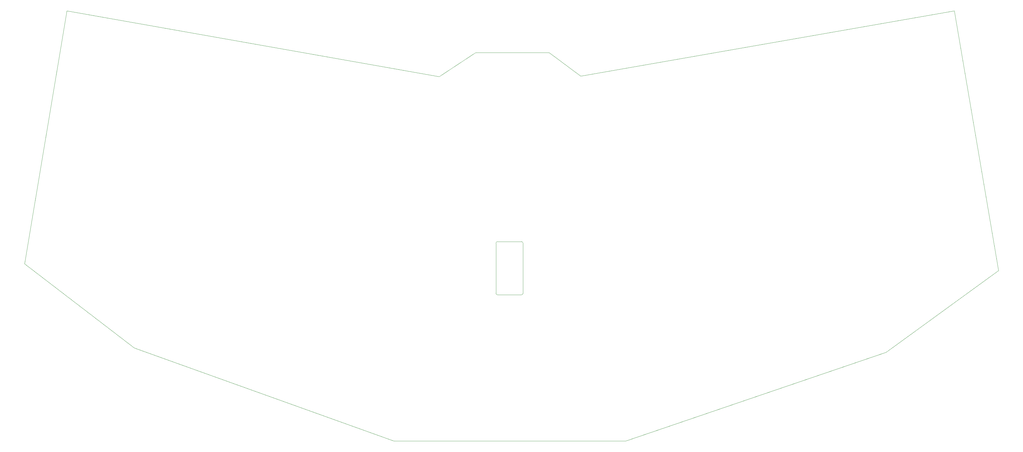
<source format=gbr>
G04 #@! TF.GenerationSoftware,KiCad,Pcbnew,(6.0.1)*
G04 #@! TF.CreationDate,2022-09-15T19:49:06-07:00*
G04 #@! TF.ProjectId,gigan rev2,67696761-6e20-4726-9576-322e6b696361,rev?*
G04 #@! TF.SameCoordinates,Original*
G04 #@! TF.FileFunction,Profile,NP*
%FSLAX46Y46*%
G04 Gerber Fmt 4.6, Leading zero omitted, Abs format (unit mm)*
G04 Created by KiCad (PCBNEW (6.0.1)) date 2022-09-15 19:49:06*
%MOMM*%
%LPD*%
G01*
G04 APERTURE LIST*
G04 #@! TA.AperFunction,Profile*
%ADD10C,0.100000*%
G04 #@! TD*
G04 APERTURE END LIST*
D10*
X206518224Y-146498324D02*
X214018224Y-146498324D01*
X246747800Y-192393000D02*
X173951400Y-192342200D01*
X206018224Y-145998324D02*
X206018224Y-130248324D01*
X188200800Y-77966000D02*
X199580000Y-70396800D01*
X363867200Y-138875200D02*
X328510400Y-164529200D01*
X57949600Y-136690800D02*
X71259200Y-57341200D01*
X206518224Y-129748324D02*
X214018224Y-129748324D01*
X206018224Y-145998324D02*
G75*
G03*
X206518224Y-146498324I500001J1D01*
G01*
X92442800Y-163106800D02*
X57949600Y-136690800D01*
X214518224Y-130248324D02*
X214518224Y-145998324D01*
X349998800Y-57341200D02*
X363867200Y-138875200D01*
X328510400Y-164529200D02*
X246747800Y-192393000D01*
X232650800Y-77762800D02*
X349998800Y-57341200D01*
X71259200Y-57341200D02*
X188200800Y-77966000D01*
X222744800Y-70396800D02*
X232650800Y-77762800D01*
X214518224Y-130248324D02*
G75*
G03*
X214018224Y-129748324I-500001J-1D01*
G01*
X214018224Y-146498324D02*
G75*
G03*
X214518224Y-145998324I-1J500001D01*
G01*
X206518224Y-129748324D02*
G75*
G03*
X206018224Y-130248324I1J-500001D01*
G01*
X173951400Y-192342200D02*
X92442800Y-163106800D01*
X199580000Y-70396800D02*
X222744800Y-70396800D01*
M02*

</source>
